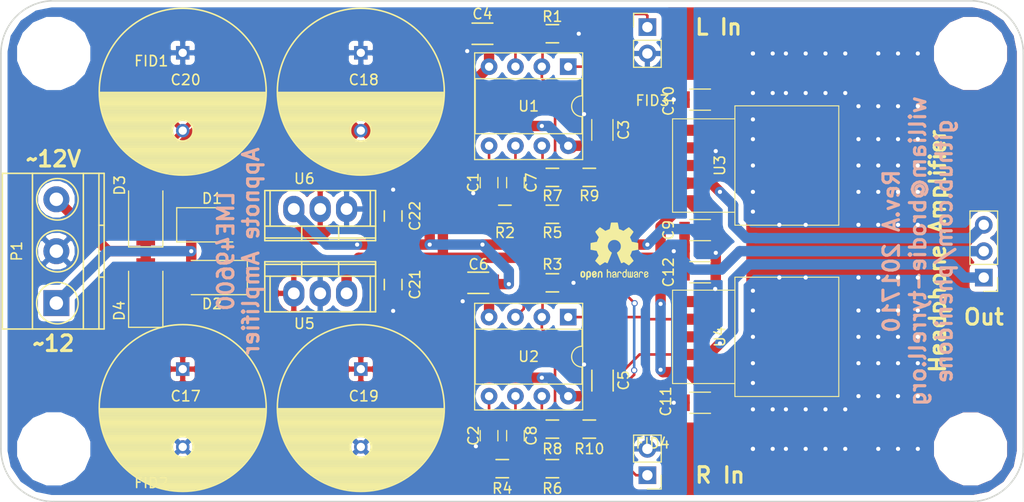
<source format=kicad_pcb>
(kicad_pcb (version 4) (host pcbnew 4.0.5-e0-6337~49~ubuntu15.04.1)
  (layers (0 F.Cu signal) (31 B.Cu signal) (34 B.Paste user) (35 F.Paste user) (36 B.SilkS user) (37 F.SilkS user) (38 B.Mask user) (39 F.Mask user) (44 Edge.Cuts user))
  (net 0 "")
  (net 1 GND)
  (net 2 "Net-(C1-Pad2)")
  (net 3 "Net-(C2-Pad2)")
  (net 4 /PSU/VCC)
  (net 5 /PSU/VEE)
  (net 6 "Net-(C7-Pad1)")
  (net 7 "Net-(C7-Pad2)")
  (net 8 "Net-(C8-Pad1)")
  (net 9 "Net-(C8-Pad2)")
  (net 10 "Net-(C17-Pad1)")
  (net 11 "Net-(C18-Pad2)")
  (net 12 /amplifiers/INL)
  (net 13 /amplifiers/INR)
  (net 14 /amplifiers/OUTL)
  (net 15 /amplifiers/OUTR)
  (net 16 "Net-(R1-Pad1)")
  (net 17 "Net-(R10-Pad2)")
  (net 18 "Net-(U1-Pad1)")
  (net 19 "Net-(U2-Pad1)")
  (net 20 /PSU/AC2)
  (net 21 /PSU/AC1)
  (net 22 "Net-(U3-Pad1)")
  (net 23 "Net-(U4-Pad1)")
  (module Pin_Headers:Pin_Header_Straight_1x03_Pitch2.54mm (layer F.Cu) (at 151.765 53.34 180)
    (fp_text reference P3 hide)
    (fp_text value CONN_01X03)
    (pad 1 thru_hole rect (at 0 0 180) (size 1.7 1.7) (drill 1) (layers *.Cu *.Mask) (net 15 /amplifiers/OUTR))
    (pad 2 thru_hole oval (at 0 2.54 180) (size 1.7 1.7) (drill 1) (layers *.Cu *.Mask) (net 1 GND))
    (pad 3 thru_hole oval (at 0 5.08 180) (size 1.7 1.7) (drill 1) (layers *.Cu *.Mask) (net 14 /amplifiers/OUTL))
  )
  (module Capacitors_SMD:C_1206 (layer F.Cu) (at 124.46 65.405)
    (fp_text reference C11 (at -3.302 -0.127 90) (layer F.SilkS))
    (fp_text value 10u)
    (pad 1 smd rect (at -1.5 0) (size 1 1.6) (layers F.Cu F.Paste F.Mask) (net 1 GND))
    (pad 2 smd rect (at 1.5 0) (size 1 1.6) (layers F.Cu F.Paste F.Mask) (net 4 /PSU/VCC))
  )
  (module pcb:hole3mm (layer F.Cu) (at 150.495 31.75)
    (fp_text reference REF** hide)
    (fp_text value hole3mm hide)
    (pad "" np_thru_hole circle (at 0 0) (size 3.25 3.25) (drill 3.25) (layers *.Cu *.Mask) (clearance 1.9))
  )
  (module pcb:hole3mm (layer F.Cu) (at 150.495 69.85)
    (fp_text reference REF** hide)
    (fp_text value hole3mm hide)
    (pad "" np_thru_hole circle (at 0 0) (size 3.25 3.25) (drill 3.25) (layers *.Cu *.Mask) (clearance 1.9))
  )
  (module Housings_DIP:DIP-8_W7.62mm_Socket (layer F.Cu) (at 111.76 57.15 270)
    (fp_text reference U2 (at 3.81 3.81 360) (layer F.SilkS))
    (fp_text value LME49720)
    (pad 1 thru_hole rect (at 0 0 270) (size 1.6 1.6) (drill 0.8) (layers *.Cu *.Mask) (net 19 "Net-(U2-Pad1)"))
    (pad 5 thru_hole oval (at 7.62 7.62 270) (size 1.6 1.6) (drill 0.8) (layers *.Cu *.Mask) (net 3 "Net-(C2-Pad2)"))
    (pad 2 thru_hole oval (at 0 2.54 270) (size 1.6 1.6) (drill 0.8) (layers *.Cu *.Mask) (net 17 "Net-(R10-Pad2)"))
    (pad 6 thru_hole oval (at 7.62 5.08 270) (size 1.6 1.6) (drill 0.8) (layers *.Cu *.Mask) (net 9 "Net-(C8-Pad2)"))
    (pad 3 thru_hole oval (at 0 5.08 270) (size 1.6 1.6) (drill 0.8) (layers *.Cu *.Mask) (net 13 /amplifiers/INR))
    (pad 7 thru_hole oval (at 7.62 2.54 270) (size 1.6 1.6) (drill 0.8) (layers *.Cu *.Mask) (net 8 "Net-(C8-Pad1)"))
    (pad 4 thru_hole oval (at 0 7.62 270) (size 1.6 1.6) (drill 0.8) (layers *.Cu *.Mask) (net 5 /PSU/VEE))
    (pad 8 thru_hole oval (at 7.62 0 270) (size 1.6 1.6) (drill 0.8) (layers *.Cu *.Mask) (net 4 /PSU/VCC))
  )
  (module Capacitors_SMD:C_1206 (layer F.Cu) (at 103.505 29.845)
    (fp_text reference C4 (at 0 -1.905) (layer F.SilkS))
    (fp_text value 1u)
    (pad 1 smd rect (at -1.5 0) (size 1 1.6) (layers F.Cu F.Paste F.Mask) (net 1 GND))
    (pad 2 smd rect (at 1.5 0) (size 1 1.6) (layers F.Cu F.Paste F.Mask) (net 5 /PSU/VEE))
  )
  (module Capacitors_SMD:C_1206 (layer F.Cu) (at 115.062 63.27 270)
    (fp_text reference C5 (at -0.024 -2.032 270) (layer F.SilkS))
    (fp_text value 1u)
    (pad 1 smd rect (at -1.5 0 270) (size 1 1.6) (layers F.Cu F.Paste F.Mask) (net 1 GND))
    (pad 2 smd rect (at 1.5 0 270) (size 1 1.6) (layers F.Cu F.Paste F.Mask) (net 4 /PSU/VCC))
  )
  (module Capacitors_SMD:C_1206 (layer F.Cu) (at 103.1 53.848)
    (fp_text reference C6 (at 0.024 -1.778) (layer F.SilkS))
    (fp_text value 1u)
    (pad 1 smd rect (at -1.5 0) (size 1 1.6) (layers F.Cu F.Paste F.Mask) (net 1 GND))
    (pad 2 smd rect (at 1.5 0) (size 1 1.6) (layers F.Cu F.Paste F.Mask) (net 5 /PSU/VEE))
  )
  (module Capacitors_ThroughHole:C_Radial_D16_L25_P7.5 (layer F.Cu) (at 74.649451 62.162033 270)
    (fp_text reference C17 (at 2.607967 -0.280549 360) (layer F.SilkS))
    (fp_text value 1000u)
    (pad 1 thru_hole rect (at 0 0 270) (size 1.3 1.3) (drill 0.8) (layers *.Cu *.Mask) (net 10 "Net-(C17-Pad1)"))
    (pad 2 thru_hole circle (at 7.5 0 270) (size 1.3 1.3) (drill 0.8) (layers *.Cu *.Mask) (net 1 GND))
  )
  (module Capacitors_ThroughHole:C_Radial_D16_L25_P7.5 (layer F.Cu) (at 91.794451 31.682033 270)
    (fp_text reference C18 (at 2.607967 -0.280549 360) (layer F.SilkS))
    (fp_text value 1000u)
    (pad 1 thru_hole rect (at 0 0 270) (size 1.3 1.3) (drill 0.8) (layers *.Cu *.Mask) (net 1 GND))
    (pad 2 thru_hole circle (at 7.5 0 270) (size 1.3 1.3) (drill 0.8) (layers *.Cu *.Mask) (net 11 "Net-(C18-Pad2)"))
  )
  (module Capacitors_ThroughHole:C_Radial_D16_L25_P7.5 (layer F.Cu) (at 91.794451 62.162033 270)
    (fp_text reference C19 (at 2.607967 -0.280549 360) (layer F.SilkS))
    (fp_text value 1000u)
    (pad 1 thru_hole rect (at 0 0 270) (size 1.3 1.3) (drill 0.8) (layers *.Cu *.Mask) (net 10 "Net-(C17-Pad1)"))
    (pad 2 thru_hole circle (at 7.5 0 270) (size 1.3 1.3) (drill 0.8) (layers *.Cu *.Mask) (net 1 GND))
  )
  (module Capacitors_ThroughHole:C_Radial_D16_L25_P7.5 (layer F.Cu) (at 74.649451 31.682033 270)
    (fp_text reference C20 (at 2.607967 -0.280549 360) (layer F.SilkS))
    (fp_text value 1000u)
    (pad 1 thru_hole rect (at 0 0 270) (size 1.3 1.3) (drill 0.8) (layers *.Cu *.Mask) (net 1 GND))
    (pad 2 thru_hole circle (at 7.5 0 270) (size 1.3 1.3) (drill 0.8) (layers *.Cu *.Mask) (net 11 "Net-(C18-Pad2)"))
  )
  (module Capacitors_SMD:C_0805 (layer F.Cu) (at 94.906456 54.01464 270)
    (fp_text reference C21 (at 0 -2.1 270) (layer F.SilkS))
    (fp_text value 100n)
    (pad 1 smd rect (at -1 0 270) (size 1 1.25) (layers F.Cu F.Paste F.Mask) (net 4 /PSU/VCC))
    (pad 2 smd rect (at 1 0 270) (size 1 1.25) (layers F.Cu F.Paste F.Mask) (net 1 GND))
  )
  (module Capacitors_SMD:C_0805 (layer F.Cu) (at 94.906456 47.41064 270)
    (fp_text reference C22 (at 0 -2.1 270) (layer F.SilkS))
    (fp_text value 100n)
    (pad 1 smd rect (at -1 0 270) (size 1 1.25) (layers F.Cu F.Paste F.Mask) (net 1 GND))
    (pad 2 smd rect (at 1 0 270) (size 1 1.25) (layers F.Cu F.Paste F.Mask) (net 5 /PSU/VEE))
  )
  (module Resistors_SMD:R_0805 (layer F.Cu) (at 110.236 29.845)
    (fp_text reference R1 (at 0 -1.651) (layer F.SilkS))
    (fp_text value 1k)
    (pad 1 smd rect (at -0.95 0) (size 0.7 1.3) (layers F.Cu F.Paste F.Mask) (net 16 "Net-(R1-Pad1)"))
    (pad 2 smd rect (at 0.95 0) (size 0.7 1.3) (layers F.Cu F.Paste F.Mask) (net 1 GND))
  )
  (module Resistors_SMD:R_0805 (layer F.Cu) (at 105.664 47.244 180)
    (fp_text reference R2 (at 0 -1.778 180) (layer F.SilkS))
    (fp_text value 1M)
    (pad 1 smd rect (at -0.95 0 180) (size 0.7 1.3) (layers F.Cu F.Paste F.Mask) (net 7 "Net-(C7-Pad2)"))
    (pad 2 smd rect (at 0.95 0 180) (size 0.7 1.3) (layers F.Cu F.Paste F.Mask) (net 1 GND))
  )
  (module Resistors_SMD:R_0805 (layer F.Cu) (at 110.236 53.848)
    (fp_text reference R3 (at 0 -1.778) (layer F.SilkS))
    (fp_text value 1k)
    (pad 1 smd rect (at -0.95 0) (size 0.7 1.3) (layers F.Cu F.Paste F.Mask) (net 17 "Net-(R10-Pad2)"))
    (pad 2 smd rect (at 0.95 0) (size 0.7 1.3) (layers F.Cu F.Paste F.Mask) (net 1 GND))
  )
  (module Resistors_SMD:R_0805 (layer F.Cu) (at 105.41 71.755 180)
    (fp_text reference R4 (at 0 -1.905 180) (layer F.SilkS))
    (fp_text value 1M)
    (pad 1 smd rect (at -0.95 0 180) (size 0.7 1.3) (layers F.Cu F.Paste F.Mask) (net 9 "Net-(C8-Pad2)"))
    (pad 2 smd rect (at 0.95 0 180) (size 0.7 1.3) (layers F.Cu F.Paste F.Mask) (net 1 GND))
  )
  (module Resistors_SMD:R_0805 (layer F.Cu) (at 110.236 47.244 180)
    (fp_text reference R5 (at 0 -1.778 180) (layer F.SilkS))
    (fp_text value 1M)
    (pad 1 smd rect (at -0.95 0 180) (size 0.7 1.3) (layers F.Cu F.Paste F.Mask) (net 14 /amplifiers/OUTL))
    (pad 2 smd rect (at 0.95 0 180) (size 0.7 1.3) (layers F.Cu F.Paste F.Mask) (net 2 "Net-(C1-Pad2)"))
  )
  (module Resistors_SMD:R_0805 (layer F.Cu) (at 110.236 71.755 180)
    (fp_text reference R6 (at 0 -1.905 180) (layer F.SilkS))
    (fp_text value 1M)
    (pad 1 smd rect (at -0.95 0 180) (size 0.7 1.3) (layers F.Cu F.Paste F.Mask) (net 15 /amplifiers/OUTR))
    (pad 2 smd rect (at 0.95 0 180) (size 0.7 1.3) (layers F.Cu F.Paste F.Mask) (net 3 "Net-(C2-Pad2)"))
  )
  (module Resistors_SMD:R_0805 (layer F.Cu) (at 110.236 43.688 180)
    (fp_text reference R7 (at 0 -1.778 180) (layer F.SilkS))
    (fp_text value 1k)
    (pad 1 smd rect (at -0.95 0 180) (size 0.7 1.3) (layers F.Cu F.Paste F.Mask) (net 16 "Net-(R1-Pad1)"))
    (pad 2 smd rect (at 0.95 0 180) (size 0.7 1.3) (layers F.Cu F.Paste F.Mask) (net 6 "Net-(C7-Pad1)"))
  )
  (module Resistors_SMD:R_0805 (layer F.Cu) (at 110.236 67.945 180)
    (fp_text reference R8 (at 0 -1.905 180) (layer F.SilkS))
    (fp_text value 1k)
    (pad 1 smd rect (at -0.95 0 180) (size 0.7 1.3) (layers F.Cu F.Paste F.Mask) (net 17 "Net-(R10-Pad2)"))
    (pad 2 smd rect (at 0.95 0 180) (size 0.7 1.3) (layers F.Cu F.Paste F.Mask) (net 8 "Net-(C8-Pad1)"))
  )
  (module Resistors_SMD:R_0805 (layer F.Cu) (at 113.792 43.688 180)
    (fp_text reference R9 (at 0 -1.778 180) (layer F.SilkS))
    (fp_text value 1k)
    (pad 1 smd rect (at -0.95 0 180) (size 0.7 1.3) (layers F.Cu F.Paste F.Mask) (net 14 /amplifiers/OUTL))
    (pad 2 smd rect (at 0.95 0 180) (size 0.7 1.3) (layers F.Cu F.Paste F.Mask) (net 16 "Net-(R1-Pad1)"))
  )
  (module Resistors_SMD:R_0805 (layer F.Cu) (at 113.792 67.945 180)
    (fp_text reference R10 (at 0 -1.905 180) (layer F.SilkS))
    (fp_text value 1k)
    (pad 1 smd rect (at -0.95 0 180) (size 0.7 1.3) (layers F.Cu F.Paste F.Mask) (net 15 /amplifiers/OUTR))
    (pad 2 smd rect (at 0.95 0 180) (size 0.7 1.3) (layers F.Cu F.Paste F.Mask) (net 17 "Net-(R10-Pad2)"))
  )
  (module power:TO-263-5 (layer F.Cu) (at 123.305 42.545 180)
    (fp_text reference U3 (at -3.05 0 270) (layer F.SilkS))
    (fp_text value LME49600)
    (pad 3 smd rect (at 0 0 180) (size 2.16 1.07) (layers F.Cu F.Paste F.Mask) (net 5 /PSU/VEE))
    (pad 4 smd rect (at 0 -1.7 180) (size 2.16 1.07) (layers F.Cu F.Paste F.Mask) (net 14 /amplifiers/OUTL))
    (pad 5 smd rect (at 0 -3.4 180) (size 2.16 1.07) (layers F.Cu F.Paste F.Mask) (net 4 /PSU/VCC))
    (pad 2 smd rect (at 0 1.7 180) (size 2.16 1.07) (layers F.Cu F.Paste F.Mask) (net 18 "Net-(U1-Pad1)"))
    (pad 1 smd rect (at 0 3.4 180) (size 2.16 1.07) (layers F.Cu F.Paste F.Mask) (net 22 "Net-(U3-Pad1)"))
    (pad T smd rect (at -10.67 0 180) (size 7 8.33) (layers F.Cu F.Paste F.Mask) (net 5 /PSU/VEE))
    (pad T smd rect (at -13.22 0 180) (size 1.91 10.8) (layers F.Cu F.Paste F.Mask) (net 5 /PSU/VEE))
  )
  (module power:TO-263-5 (layer F.Cu) (at 123.305 59.055 180)
    (fp_text reference U4 (at -3.06 0 270) (layer F.SilkS))
    (fp_text value LME49600)
    (pad 3 smd rect (at 0 0 180) (size 2.16 1.07) (layers F.Cu F.Paste F.Mask) (net 5 /PSU/VEE))
    (pad 4 smd rect (at 0 -1.7 180) (size 2.16 1.07) (layers F.Cu F.Paste F.Mask) (net 15 /amplifiers/OUTR))
    (pad 5 smd rect (at 0 -3.4 180) (size 2.16 1.07) (layers F.Cu F.Paste F.Mask) (net 4 /PSU/VCC))
    (pad 2 smd rect (at 0 1.7 180) (size 2.16 1.07) (layers F.Cu F.Paste F.Mask) (net 19 "Net-(U2-Pad1)"))
    (pad 1 smd rect (at 0 3.4 180) (size 2.16 1.07) (layers F.Cu F.Paste F.Mask) (net 23 "Net-(U4-Pad1)"))
    (pad T smd rect (at -10.67 0 180) (size 7 8.33) (layers F.Cu F.Paste F.Mask) (net 5 /PSU/VEE))
    (pad T smd rect (at -13.22 0 180) (size 1.91 10.8) (layers F.Cu F.Paste F.Mask) (net 5 /PSU/VEE))
  )
  (module Power_Integrations:TO-220 (layer F.Cu) (at 87.884 54.864)
    (fp_text reference U5 (at -1.524 2.921) (layer F.SilkS))
    (fp_text value LM7812CT)
    (pad 2 thru_hole oval (at 0 0) (size 2.032 2.54) (drill 1.143) (layers *.Cu *.Mask) (net 1 GND))
    (pad 3 thru_hole oval (at 2.54 0) (size 2.032 2.54) (drill 1.143) (layers *.Cu *.Mask) (net 4 /PSU/VCC))
    (pad 1 thru_hole oval (at -2.54 0) (size 2.032 2.54) (drill 1.143) (layers *.Cu *.Mask) (net 10 "Net-(C17-Pad1)"))
  )
  (module Power_Integrations:TO-220 (layer F.Cu) (at 87.884 46.736 180)
    (fp_text reference U6 (at 1.524 2.921 180) (layer F.SilkS))
    (fp_text value LM7912CT)
    (pad 2 thru_hole oval (at 0 0 180) (size 2.032 2.54) (drill 1.143) (layers *.Cu *.Mask) (net 11 "Net-(C18-Pad2)"))
    (pad 3 thru_hole oval (at 2.54 0 180) (size 2.032 2.54) (drill 1.143) (layers *.Cu *.Mask) (net 5 /PSU/VEE))
    (pad 1 thru_hole oval (at -2.54 0 180) (size 2.032 2.54) (drill 1.143) (layers *.Cu *.Mask) (net 1 GND))
  )
  (module Terminal_Blocks:TerminalBlock_Pheonix_MKDS1.5-3pol (layer F.Cu) (at 62.484 55.8 90)
    (fp_text reference P1 (at 5 -3.81 90) (layer F.SilkS))
    (fp_text value CONN_01X03)
    (pad 3 thru_hole circle (at 10 0 90) (size 2.5 2.5) (drill 1.3) (layers *.Cu *.Mask) (net 21 /PSU/AC1))
    (pad 1 thru_hole rect (at 0 0 90) (size 2.5 2.5) (drill 1.3) (layers *.Cu *.Mask) (net 20 /PSU/AC2))
    (pad 2 thru_hole circle (at 5 0 90) (size 2.5 2.5) (drill 1.3) (layers *.Cu *.Mask) (net 1 GND))
  )
  (module Housings_DIP:DIP-8_W7.62mm_Socket (layer F.Cu) (at 111.76 33.02 270)
    (fp_text reference U1 (at 3.81 3.81 360) (layer F.SilkS))
    (fp_text value LME49720)
    (pad 1 thru_hole rect (at 0 0 270) (size 1.6 1.6) (drill 0.8) (layers *.Cu *.Mask) (net 18 "Net-(U1-Pad1)"))
    (pad 5 thru_hole oval (at 7.62 7.62 270) (size 1.6 1.6) (drill 0.8) (layers *.Cu *.Mask) (net 2 "Net-(C1-Pad2)"))
    (pad 2 thru_hole oval (at 0 2.54 270) (size 1.6 1.6) (drill 0.8) (layers *.Cu *.Mask) (net 16 "Net-(R1-Pad1)"))
    (pad 6 thru_hole oval (at 7.62 5.08 270) (size 1.6 1.6) (drill 0.8) (layers *.Cu *.Mask) (net 7 "Net-(C7-Pad2)"))
    (pad 3 thru_hole oval (at 0 5.08 270) (size 1.6 1.6) (drill 0.8) (layers *.Cu *.Mask) (net 12 /amplifiers/INL))
    (pad 7 thru_hole oval (at 7.62 2.54 270) (size 1.6 1.6) (drill 0.8) (layers *.Cu *.Mask) (net 6 "Net-(C7-Pad1)"))
    (pad 4 thru_hole oval (at 0 7.62 270) (size 1.6 1.6) (drill 0.8) (layers *.Cu *.Mask) (net 5 /PSU/VEE))
    (pad 8 thru_hole oval (at 7.62 0 270) (size 1.6 1.6) (drill 0.8) (layers *.Cu *.Mask) (net 4 /PSU/VCC))
  )
  (module Diodes_SMD:D_SMA (layer F.Cu) (at 71.088185 46.99 90)
    (fp_text reference D3 (at 2.54 -2.508185 90) (layer F.SilkS))
    (fp_text value M7)
    (pad 1 smd rect (at -2 0 90) (size 2.5 1.8) (layers F.Cu F.Paste F.Mask) (net 21 /PSU/AC1))
    (pad 2 smd rect (at 2 0 90) (size 2.5 1.8) (layers F.Cu F.Paste F.Mask) (net 11 "Net-(C18-Pad2)"))
  )
  (module Diodes_SMD:D_SMA (layer F.Cu) (at 71.088185 54.733565 90)
    (fp_text reference D4 (at -1.81 -2.54 90) (layer F.SilkS))
    (fp_text value M7)
    (pad 1 smd rect (at -2 0 90) (size 2.5 1.8) (layers F.Cu F.Paste F.Mask) (net 10 "Net-(C17-Pad1)"))
    (pad 2 smd rect (at 2 0 90) (size 2.5 1.8) (layers F.Cu F.Paste F.Mask) (net 21 /PSU/AC1))
  )
  (module Diodes_SMD:D_SMA (layer F.Cu) (at 77.47 48.26)
    (fp_text reference D1 (at 0 -2.54) (layer F.SilkS))
    (fp_text value M7)
    (pad 1 smd rect (at -2 0) (size 2.5 1.8) (layers F.Cu F.Paste F.Mask) (net 20 /PSU/AC2))
    (pad 2 smd rect (at 2 0) (size 2.5 1.8) (layers F.Cu F.Paste F.Mask) (net 11 "Net-(C18-Pad2)"))
  )
  (module Diodes_SMD:D_SMA (layer F.Cu) (at 77.47 53.34 180)
    (fp_text reference D2 (at 0 -2.54 180) (layer F.SilkS))
    (fp_text value M7)
    (pad 1 smd rect (at -2 0 180) (size 2.5 1.8) (layers F.Cu F.Paste F.Mask) (net 10 "Net-(C17-Pad1)"))
    (pad 2 smd rect (at 2 0 180) (size 2.5 1.8) (layers F.Cu F.Paste F.Mask) (net 20 /PSU/AC2))
  )
  (module pcb:hole3mm (layer F.Cu) (at 62.23 31.75)
    (fp_text reference REF** hide)
    (fp_text value hole3mm hide)
    (pad "" np_thru_hole circle (at 0 0) (size 3.25 3.25) (drill 3.25) (layers *.Cu *.Mask) (clearance 1.9))
  )
  (module pcb:hole3mm (layer F.Cu) (at 62.23 69.85)
    (fp_text reference REF** hide)
    (fp_text value hole3mm hide)
    (pad "" np_thru_hole circle (at 0 0) (size 3.25 3.25) (drill 3.25) (layers *.Cu *.Mask) (clearance 1.9))
  )
  (module Capacitors_SMD:C_1206 (layer F.Cu) (at 115.04689 39.116 270)
    (fp_text reference C3 (at 0 -2.04711 270) (layer F.SilkS))
    (fp_text value 1u)
    (pad 1 smd rect (at -1.5 0 270) (size 1 1.6) (layers F.Cu F.Paste F.Mask) (net 1 GND))
    (pad 2 smd rect (at 1.5 0 270) (size 1 1.6) (layers F.Cu F.Paste F.Mask) (net 4 /PSU/VCC))
  )
  (module Capacitors_SMD:C_1206 (layer F.Cu) (at 124.46 48.768)
    (fp_text reference C9 (at -3.048 0 90) (layer F.SilkS))
    (fp_text value 10u)
    (pad 1 smd rect (at -1.5 0) (size 1 1.6) (layers F.Cu F.Paste F.Mask) (net 1 GND))
    (pad 2 smd rect (at 1.5 0) (size 1 1.6) (layers F.Cu F.Paste F.Mask) (net 4 /PSU/VCC))
  )
  (module Capacitors_SMD:C_1206 (layer F.Cu) (at 124.46 36.195)
    (fp_text reference C10 (at -3.048 0.127 270) (layer F.SilkS))
    (fp_text value 10u)
    (pad 1 smd rect (at -1.5 0) (size 1 1.6) (layers F.Cu F.Paste F.Mask) (net 1 GND))
    (pad 2 smd rect (at 1.5 0) (size 1 1.6) (layers F.Cu F.Paste F.Mask) (net 5 /PSU/VEE))
  )
  (module Capacitors_SMD:C_1206 (layer F.Cu) (at 124.46 52.832)
    (fp_text reference C12 (at -3.048 0 90) (layer F.SilkS))
    (fp_text value 10u)
    (pad 1 smd rect (at -1.5 0) (size 1 1.6) (layers F.Cu F.Paste F.Mask) (net 1 GND))
    (pad 2 smd rect (at 1.5 0) (size 1 1.6) (layers F.Cu F.Paste F.Mask) (net 5 /PSU/VEE))
  )
  (module Capacitors_SMD:C_0805 (layer F.Cu) (at 104.14 44.196 90)
    (fp_text reference C1 (at 0 -1.524 270) (layer F.SilkS))
    (fp_text value 1u)
    (pad 1 smd rect (at -1 0 90) (size 1 1.25) (layers F.Cu F.Paste F.Mask) (net 1 GND))
    (pad 2 smd rect (at 1 0 90) (size 1 1.25) (layers F.Cu F.Paste F.Mask) (net 2 "Net-(C1-Pad2)"))
  )
  (module Capacitors_SMD:C_0805 (layer F.Cu) (at 104.14 68.58 90)
    (fp_text reference C2 (at 0 -1.5 90) (layer F.SilkS))
    (fp_text value 1u)
    (pad 1 smd rect (at -1 0 90) (size 1 1.25) (layers F.Cu F.Paste F.Mask) (net 1 GND))
    (pad 2 smd rect (at 1 0 90) (size 1 1.25) (layers F.Cu F.Paste F.Mask) (net 3 "Net-(C2-Pad2)"))
  )
  (module Capacitors_SMD:C_0805 (layer F.Cu) (at 106.68 68.58 90)
    (fp_text reference C8 (at 0 1.524 90) (layer F.SilkS))
    (fp_text value 1u)
    (pad 1 smd rect (at -1 0 90) (size 1 1.25) (layers F.Cu F.Paste F.Mask) (net 8 "Net-(C8-Pad1)"))
    (pad 2 smd rect (at 1 0 90) (size 1 1.25) (layers F.Cu F.Paste F.Mask) (net 9 "Net-(C8-Pad2)"))
  )
  (module Capacitors_SMD:C_0805 (layer F.Cu) (at 106.68 44.196 90)
    (fp_text reference C7 (at 0 1.524 270) (layer F.SilkS))
    (fp_text value 1u)
    (pad 1 smd rect (at -1 0 90) (size 1 1.25) (layers F.Cu F.Paste F.Mask) (net 6 "Net-(C7-Pad1)"))
    (pad 2 smd rect (at 1 0 90) (size 1 1.25) (layers F.Cu F.Paste F.Mask) (net 7 "Net-(C7-Pad2)"))
  )
  (module Pin_Headers:Pin_Header_Straight_1x02_Pitch2.54mm (layer F.Cu) (at 119.38 29.21)
    (fp_text reference P2 hide)
    (fp_text value CONN_01X02)
    (pad 1 thru_hole rect (at 0 0) (size 1.7 1.7) (drill 1) (layers *.Cu *.Mask) (net 12 /amplifiers/INL))
    (pad 2 thru_hole oval (at 0 2.54) (size 1.7 1.7) (drill 1) (layers *.Cu *.Mask) (net 1 GND))
  )
  (module Pin_Headers:Pin_Header_Straight_1x02_Pitch2.54mm (layer F.Cu) (at 119.38 72.39 180)
    (fp_text reference P4 hide)
    (fp_text value CONN_01X02)
    (pad 1 thru_hole rect (at 0 0 180) (size 1.7 1.7) (drill 1) (layers *.Cu *.Mask) (net 13 /amplifiers/INR))
    (pad 2 thru_hole oval (at 0 2.54 180) (size 1.7 1.7) (drill 1) (layers *.Cu *.Mask) (net 1 GND))
  )
  (module Symbols:OSHW-Logo2_7.3x6mm_SilkScreen (layer F.Cu) (at 116.205 50.8)
    (fp_text reference REF*** hide)
    (fp_text value OSHW-Logo2_7.3x6mm_SilkScreen hide)
  )
  (module smd:FID0.5 (layer F.Cu) (at 71.12 30.48)
    (fp_text reference FID1 (at 0.5 2) (layer F.SilkS))
    (fp_text value FIDUCIAL)
    (pad F smd circle (at 0 0) (size 0.5 0.5) (layers F.Cu F.Mask) (clearance 1))
  )
  (module smd:FID0.5 (layer F.Cu) (at 71.12 71.12)
    (fp_text reference FID2 (at 0.5 2) (layer F.SilkS))
    (fp_text value FIDUCIAL)
    (pad F smd circle (at 0 0) (size 0.5 0.5) (layers F.Cu F.Mask) (clearance 1))
  )
  (module smd:FID0.5 (layer F.Cu) (at 119.38 34.29)
    (fp_text reference FID3 (at 0.5 2) (layer F.SilkS))
    (fp_text value FIDUCIAL)
    (pad F smd circle (at 0 0) (size 0.5 0.5) (layers F.Cu F.Mask) (clearance 1))
  )
  (module smd:FID0.5 (layer F.Cu) (at 119.38 67.31)
    (fp_text reference FID4 (at 0.5 2) (layer F.SilkS))
    (fp_text value FIDUCIAL)
    (pad F smd circle (at 0 0) (size 0.5 0.5) (layers F.Cu F.Mask) (clearance 1))
  )
  (gr_text "Headphone Amplifier" (at 147.32 50.8 90) (layer F.SilkS) (effects (font (size 1.5 1.5) (thickness 0.3))))
  (gr_text william@brodie-tyrrell.org (at 145.415 50.8 90) (layer B.SilkS) (effects (font (size 1.5 1.5) (thickness 0.3)) (justify mirror)))
  (gr_text "LME49600\nAppnote Amplifier" (at 80.01 50.8 90) (layer B.SilkS) (effects (font (size 1.5 1.5) (thickness 0.3)) (justify mirror)))
  (gr_text "Rev.A 201710" (at 142.875 50.8 90) (layer B.SilkS) (effects (font (size 1.5 1.5) (thickness 0.3)) (justify mirror)))
  (gr_text github.com/phenidone (at 147.955 50.8 90) (layer B.SilkS) (effects (font (size 1.5 1.5) (thickness 0.3)) (justify mirror)))
  (gr_text Out (at 151.765 57.15) (layer F.SilkS) (effects (font (size 1.5 1.5) (thickness 0.3))))
  (gr_arc (start 62.23 31.75) (end 57.15 31.75) (angle 90) (layer Edge.Cuts) (width 0.15))
  (gr_arc (start 62.23 69.85) (end 62.23 74.93) (angle 90) (layer Edge.Cuts) (width 0.15))
  (gr_arc (start 150.495 69.85) (end 155.575 69.85) (angle 90) (layer Edge.Cuts) (width 0.15))
  (gr_arc (start 150.495 31.75) (end 150.495 26.67) (angle 90) (layer Edge.Cuts) (width 0.15))
  (gr_text "R In" (at 123.825 72.39) (layer F.SilkS) (effects (font (size 1.5 1.5) (thickness 0.3)) (justify left)))
  (gr_text "L In" (at 123.825 29.21) (layer F.SilkS) (effects (font (size 1.5 1.5) (thickness 0.3)) (justify left)))
  (gr_text ~~12 (at 62.23 59.69) (layer F.SilkS) (effects (font (size 1.5 1.5) (thickness 0.3))))
  (gr_text ~~12V (at 62.23 41.91) (layer F.SilkS) (effects (font (size 1.5 1.5) (thickness 0.3))))
  (gr_line (start 150.495 26.67) (end 62.23 26.67) (layer Edge.Cuts) (width 0.15))
  (gr_line (start 155.575 69.85) (end 155.575 31.75) (layer Edge.Cuts) (width 0.15))
  (gr_line (start 62.23 74.93) (end 150.495 74.93) (layer Edge.Cuts) (width 0.15))
  (gr_line (start 57.15 31.75) (end 57.15 69.85) (layer Edge.Cuts) (width 0.15))
  (segment (start 128.27 50.8) (end 136.525 50.8) (width 1) (layer B.Cu) (net 1))
  (segment (start 136.525 50.8) (end 151.765 50.8) (width 1) (layer B.Cu) (net 1))
  (segment (start 121.92 50.8) (end 123.69377 52.57377) (width 1) (layer B.Cu) (net 1))
  (segment (start 123.69377 52.57377) (end 126.49623 52.57377) (width 1) (layer B.Cu) (net 1))
  (segment (start 126.49623 52.57377) (end 128.27 50.8) (width 1) (layer B.Cu) (net 1))
  (segment (start 111.186 53.848) (end 112.268 53.848) (width 1) (layer F.Cu) (net 1))
  (via (at 112.268 53.848) (size 0.6) (drill 0.4) (layers F.Cu B.Cu) (net 1))
  (segment (start 101.6 53.848) (end 101.6 55.626) (width 1) (layer F.Cu) (net 1))
  (via (at 101.6 55.626) (size 0.6) (drill 0.4) (layers F.Cu B.Cu) (net 1))
  (segment (start 115.062 61.77) (end 113.332 61.77) (width 1) (layer F.Cu) (net 1))
  (segment (start 113.332 61.77) (end 113.284 61.722) (width 1) (layer F.Cu) (net 1))
  (via (at 113.284 61.722) (size 0.6) (drill 0.4) (layers F.Cu B.Cu) (net 1))
  (segment (start 104.14 69.58) (end 102.886 69.58) (width 1) (layer F.Cu) (net 1))
  (segment (start 102.886 69.58) (end 102.87 69.596) (width 1) (layer F.Cu) (net 1))
  (via (at 102.87 69.596) (size 0.6) (drill 0.4) (layers F.Cu B.Cu) (net 1))
  (segment (start 104.267 71.755) (end 104.14 71.628) (width 1) (layer F.Cu) (net 1))
  (segment (start 104.14 71.628) (end 104.14 69.58) (width 1) (layer F.Cu) (net 1))
  (segment (start 104.46 71.755) (end 104.267 71.755) (width 1) (layer F.Cu) (net 1))
  (segment (start 104.14 46.696) (end 104.14 45.196) (width 1) (layer F.Cu) (net 1))
  (segment (start 104.688 47.244) (end 104.14 46.696) (width 1) (layer F.Cu) (net 1))
  (segment (start 104.714 47.244) (end 104.688 47.244) (width 1) (layer F.Cu) (net 1))
  (segment (start 102.03427 31.092871) (end 102.03427 31.517135) (width 1) (layer F.Cu) (net 1))
  (segment (start 102.03427 29.87427) (end 102.03427 31.092871) (width 1) (layer F.Cu) (net 1))
  (segment (start 102.005 29.845) (end 102.03427 29.87427) (width 1) (layer F.Cu) (net 1))
  (via (at 102.03427 31.517135) (size 0.6) (drill 0.4) (layers F.Cu B.Cu) (net 1))
  (segment (start 122.96 50.8) (end 121.92 50.8) (width 1) (layer F.Cu) (net 1))
  (via (at 121.92 50.8) (size 0.6) (drill 0.4) (layers F.Cu B.Cu) (net 1))
  (segment (start 122.96 50.165) (end 122.96 48.768) (width 1) (layer F.Cu) (net 1))
  (segment (start 122.96 52.832) (end 122.96 50.165) (width 1) (layer F.Cu) (net 1))
  (segment (start 122.96 50.165) (end 122.96 50.8) (width 1) (layer F.Cu) (net 1))
  (segment (start 122.96 36.195) (end 121.92 36.195) (width 1) (layer F.Cu) (net 1))
  (via (at 121.92 36.195) (size 0.6) (drill 0.4) (layers F.Cu B.Cu) (net 1))
  (segment (start 122.96 65.405) (end 121.92 65.405) (width 1) (layer F.Cu) (net 1))
  (via (at 121.92 65.405) (size 0.6) (drill 0.4) (layers F.Cu B.Cu) (net 1))
  (segment (start 111.186 29.845) (end 112.776 29.845) (width 1) (layer F.Cu) (net 1))
  (via (at 112.776 29.845) (size 0.6) (drill 0.4) (layers F.Cu B.Cu) (net 1))
  (segment (start 115.04689 37.616) (end 113.308 37.616) (width 1) (layer F.Cu) (net 1))
  (segment (start 113.308 37.616) (end 113.284 37.592) (width 1) (layer F.Cu) (net 1))
  (via (at 113.284 37.592) (size 0.6) (drill 0.4) (layers F.Cu B.Cu) (net 1))
  (segment (start 104.14 45.196) (end 102.632 45.196) (width 1) (layer F.Cu) (net 1))
  (segment (start 102.632 45.196) (end 102.616 45.212) (width 1) (layer F.Cu) (net 1))
  (via (at 102.616 45.212) (size 0.6) (drill 0.4) (layers F.Cu B.Cu) (net 1))
  (segment (start 94.906456 46.41064) (end 94.906456 44.87064) (width 1) (layer F.Cu) (net 1))
  (via (at 94.906456 44.87064) (size 0.6) (drill 0.4) (layers F.Cu B.Cu) (net 1))
  (segment (start 94.906456 55.01464) (end 94.906456 56.55464) (width 1) (layer F.Cu) (net 1))
  (via (at 94.906456 56.55464) (size 0.6) (drill 0.4) (layers F.Cu B.Cu) (net 1))
  (segment (start 108.662 48.768) (end 103.632 48.768) (width 0.25) (layer F.Cu) (net 2))
  (segment (start 103.632 48.768) (end 101.6 46.736) (width 0.25) (layer F.Cu) (net 2))
  (segment (start 109.286 47.244) (end 109.286 48.144) (width 0.25) (layer F.Cu) (net 2))
  (segment (start 109.286 48.144) (end 108.662 48.768) (width 0.25) (layer F.Cu) (net 2))
  (segment (start 109.286 47.244) (end 109.286 47.544) (width 0.25) (layer F.Cu) (net 2))
  (segment (start 101.6 46.736) (end 101.6 44.196) (width 0.25) (layer F.Cu) (net 2))
  (segment (start 101.6 44.196) (end 102.6 43.196) (width 0.25) (layer F.Cu) (net 2))
  (segment (start 102.6 43.196) (end 104.14 43.196) (width 0.25) (layer F.Cu) (net 2))
  (segment (start 104.14 43.196) (end 104.14 40.64) (width 0.25) (layer F.Cu) (net 2))
  (segment (start 101.6 70.866) (end 101.6 69.245) (width 0.25) (layer F.Cu) (net 3))
  (segment (start 101.6 69.245) (end 103.265 67.58) (width 0.25) (layer F.Cu) (net 3))
  (segment (start 103.265 67.58) (end 104.14 67.58) (width 0.25) (layer F.Cu) (net 3))
  (segment (start 104.14 73.406) (end 101.6 70.866) (width 0.25) (layer F.Cu) (net 3))
  (segment (start 107.035 73.406) (end 104.14 73.406) (width 0.25) (layer F.Cu) (net 3))
  (segment (start 109.286 71.755) (end 108.686 71.755) (width 0.25) (layer F.Cu) (net 3))
  (segment (start 108.686 71.755) (end 107.035 73.406) (width 0.25) (layer F.Cu) (net 3))
  (segment (start 104.14 64.77) (end 104.14 65.90137) (width 0.25) (layer F.Cu) (net 3))
  (segment (start 104.14 65.90137) (end 104.14 67.58) (width 0.25) (layer F.Cu) (net 3))
  (segment (start 111.76 64.77) (end 115.062 64.77) (width 1) (layer F.Cu) (net 4))
  (segment (start 109.22 62.992) (end 109.982 62.992) (width 1) (layer B.Cu) (net 4))
  (segment (start 109.982 62.992) (end 111.76 64.77) (width 1) (layer B.Cu) (net 4))
  (segment (start 99.695 59.563) (end 103.124 62.992) (width 1) (layer F.Cu) (net 4))
  (segment (start 103.124 62.992) (end 109.22 62.992) (width 1) (layer F.Cu) (net 4))
  (via (at 109.22 62.992) (size 0.6) (drill 0.4) (layers F.Cu B.Cu) (net 4))
  (segment (start 99.695 51.435) (end 99.695 59.563) (width 1) (layer F.Cu) (net 4))
  (segment (start 120.65 55.88) (end 120.65 62.23) (width 1) (layer B.Cu) (net 4))
  (segment (start 120.65 51.435) (end 120.65 55.88) (width 1) (layer F.Cu) (net 4))
  (via (at 120.65 55.88) (size 0.6) (drill 0.4) (layers F.Cu B.Cu) (net 4))
  (segment (start 123.305 62.455) (end 120.875 62.455) (width 1) (layer F.Cu) (net 4))
  (segment (start 120.875 62.455) (end 120.65 62.23) (width 1) (layer F.Cu) (net 4))
  (via (at 120.65 62.23) (size 0.6) (drill 0.4) (layers F.Cu B.Cu) (net 4))
  (segment (start 120.65 51.435) (end 99.695 51.435) (width 1) (layer F.Cu) (net 4))
  (segment (start 120.65 48.427998) (end 120.65 51.435) (width 1) (layer F.Cu) (net 4))
  (segment (start 123.305 45.945) (end 123.132998 45.945) (width 1) (layer F.Cu) (net 4))
  (segment (start 123.132998 45.945) (end 120.65 48.427998) (width 1) (layer F.Cu) (net 4))
  (segment (start 123.305 45.945) (end 122.76 45.945) (width 1) (layer F.Cu) (net 4))
  (segment (start 99.695 51.435) (end 99.695 40.64) (width 1) (layer F.Cu) (net 4))
  (segment (start 99.695 40.64) (end 101.6 38.735) (width 1) (layer F.Cu) (net 4))
  (segment (start 101.6 38.735) (end 109.22 38.735) (width 1) (layer F.Cu) (net 4))
  (segment (start 125.96 65.705) (end 125.96 65.405) (width 1) (layer F.Cu) (net 4))
  (segment (start 125.984 48.792) (end 125.96 48.768) (width 1) (layer F.Cu) (net 4))
  (segment (start 109.22 38.735) (end 109.855 38.735) (width 1) (layer B.Cu) (net 4))
  (segment (start 109.855 38.735) (end 111.76 40.64) (width 1) (layer B.Cu) (net 4))
  (via (at 109.22 38.735) (size 0.6) (drill 0.4) (layers F.Cu B.Cu) (net 4))
  (segment (start 94.615 51.435) (end 99.695 51.435) (width 1) (layer F.Cu) (net 4))
  (segment (start 91.583 51.435) (end 94.615 51.435) (width 1) (layer F.Cu) (net 4))
  (segment (start 94.906456 51.51464) (end 94.826816 51.435) (width 1) (layer F.Cu) (net 4))
  (segment (start 94.906456 53.01464) (end 94.906456 51.51464) (width 1) (layer F.Cu) (net 4))
  (segment (start 94.826816 51.435) (end 94.615 51.435) (width 1) (layer F.Cu) (net 4))
  (segment (start 90.424 54.864) (end 90.424 52.594) (width 1) (layer F.Cu) (net 4))
  (segment (start 90.424 52.594) (end 91.583 51.435) (width 1) (layer F.Cu) (net 4))
  (segment (start 111.76 40.64) (end 115.02289 40.64) (width 1) (layer F.Cu) (net 4))
  (segment (start 115.02289 40.64) (end 115.04689 40.616) (width 1) (layer F.Cu) (net 4))
  (segment (start 112.10189 40.842012) (end 111.87189 40.612012) (width 1) (layer F.Cu) (net 4))
  (segment (start 125.96 65.405) (end 125.96 65.11) (width 1) (layer F.Cu) (net 4))
  (segment (start 125.96 65.11) (end 123.305 62.455) (width 1) (layer F.Cu) (net 4))
  (segment (start 125.96 48.6) (end 123.305 45.945) (width 1) (layer F.Cu) (net 4))
  (segment (start 125.666698 50.658478) (end 125.966697 50.958477) (width 1) (layer B.Cu) (net 5))
  (segment (start 123.677749 48.669529) (end 125.666698 50.658478) (width 1) (layer B.Cu) (net 5))
  (segment (start 120.875471 48.669529) (end 123.677749 48.669529) (width 1) (layer B.Cu) (net 5))
  (segment (start 119.38 50.165) (end 120.875471 48.669529) (width 1) (layer B.Cu) (net 5))
  (segment (start 125.96 50.965174) (end 125.966697 50.958477) (width 1) (layer F.Cu) (net 5))
  (segment (start 125.96 52.832) (end 125.96 50.965174) (width 1) (layer F.Cu) (net 5))
  (via (at 125.966697 50.958477) (size 0.6) (drill 0.4) (layers F.Cu B.Cu) (net 5))
  (segment (start 138.43 69.85) (end 139.7 69.85) (width 1) (layer F.Cu) (net 5))
  (segment (start 134.62 69.85) (end 136.525 69.85) (width 1) (layer F.Cu) (net 5))
  (segment (start 136.525 69.85) (end 138.43 69.85) (width 1) (layer F.Cu) (net 5))
  (segment (start 132.715 69.85) (end 134.62 69.85) (width 1) (layer F.Cu) (net 5))
  (segment (start 129.54 69.85) (end 131.445 69.85) (width 1) (layer F.Cu) (net 5))
  (segment (start 129.54 69.85) (end 129.54 68.58) (width 1) (layer F.Cu) (net 5))
  (segment (start 131.445 69.85) (end 132.715 69.85) (width 1) (layer F.Cu) (net 5))
  (segment (start 139.7 69.85) (end 141.605 69.85) (width 1) (layer F.Cu) (net 5))
  (segment (start 139.7 69.85) (end 146.05 69.85) (width 1) (layer F.Cu) (net 5))
  (segment (start 143.51 69.85) (end 145.415 69.85) (width 1) (layer F.Cu) (net 5))
  (via (at 129.54 69.85) (size 0.6) (drill 0.4) (layers F.Cu B.Cu) (net 5))
  (via (at 131.445 69.85) (size 0.6) (drill 0.4) (layers F.Cu B.Cu) (net 5))
  (via (at 132.715 69.85) (size 0.6) (drill 0.4) (layers F.Cu B.Cu) (net 5))
  (via (at 134.62 69.85) (size 0.6) (drill 0.4) (layers F.Cu B.Cu) (net 5))
  (via (at 136.525 69.85) (size 0.6) (drill 0.4) (layers F.Cu B.Cu) (net 5))
  (via (at 138.43 69.85) (size 0.6) (drill 0.4) (layers F.Cu B.Cu) (net 5))
  (segment (start 138.43 31.75) (end 139.7 31.75) (width 1) (layer F.Cu) (net 5))
  (segment (start 134.62 31.75) (end 136.525 31.75) (width 1) (layer F.Cu) (net 5))
  (segment (start 136.525 31.75) (end 138.43 31.75) (width 1) (layer F.Cu) (net 5))
  (segment (start 132.715 31.75) (end 134.62 31.75) (width 1) (layer F.Cu) (net 5))
  (segment (start 129.54 31.75) (end 131.445 31.75) (width 1) (layer F.Cu) (net 5))
  (segment (start 129.54 31.75) (end 129.54 30.48) (width 1) (layer F.Cu) (net 5))
  (segment (start 131.445 31.75) (end 132.715 31.75) (width 1) (layer F.Cu) (net 5))
  (segment (start 139.7 31.75) (end 141.605 31.75) (width 1) (layer F.Cu) (net 5))
  (segment (start 139.7 31.75) (end 146.05 31.75) (width 1) (layer F.Cu) (net 5))
  (segment (start 143.51 31.75) (end 145.415 31.75) (width 1) (layer F.Cu) (net 5))
  (via (at 129.54 31.75) (size 0.6) (drill 0.4) (layers F.Cu B.Cu) (net 5))
  (via (at 131.445 31.75) (size 0.6) (drill 0.4) (layers F.Cu B.Cu) (net 5))
  (via (at 132.715 31.75) (size 0.6) (drill 0.4) (layers F.Cu B.Cu) (net 5))
  (via (at 134.62 31.75) (size 0.6) (drill 0.4) (layers F.Cu B.Cu) (net 5))
  (via (at 136.525 31.75) (size 0.6) (drill 0.4) (layers F.Cu B.Cu) (net 5))
  (via (at 138.43 31.75) (size 0.6) (drill 0.4) (layers F.Cu B.Cu) (net 5))
  (segment (start 143.51 53.34) (end 145.415 53.34) (width 1) (layer F.Cu) (net 5))
  (segment (start 141.605 53.34) (end 143.51 53.34) (width 1) (layer F.Cu) (net 5))
  (segment (start 139.7 53.34) (end 141.605 53.34) (width 1) (layer F.Cu) (net 5))
  (segment (start 143.51 46.355) (end 143.51 45.085) (width 1) (layer F.Cu) (net 5))
  (segment (start 143.51 42.545) (end 143.51 46.355) (width 1) (layer F.Cu) (net 5))
  (segment (start 143.51 42.545) (end 143.51 40.005) (width 1) (layer F.Cu) (net 5))
  (segment (start 143.51 40.005) (end 143.51 38.1) (width 1) (layer F.Cu) (net 5))
  (segment (start 143.51 36.83) (end 143.51 35.56) (width 1) (layer F.Cu) (net 5))
  (segment (start 143.51 38.1) (end 143.51 36.83) (width 1) (layer F.Cu) (net 5))
  (segment (start 143.51 35.56) (end 143.51 31.75) (width 1) (layer F.Cu) (net 5))
  (segment (start 143.51 31.75) (end 143.51 27.94) (width 1) (layer F.Cu) (net 5))
  (segment (start 145.415 59.055) (end 145.415 61.595) (width 1) (layer F.Cu) (net 5))
  (segment (start 145.415 57.785) (end 145.415 59.055) (width 1) (layer F.Cu) (net 5))
  (segment (start 143.51 56.515) (end 143.51 57.785) (width 1) (layer F.Cu) (net 5))
  (segment (start 143.51 57.785) (end 143.51 59.055) (width 1) (layer F.Cu) (net 5))
  (segment (start 143.51 59.055) (end 143.51 61.595) (width 1) (layer F.Cu) (net 5))
  (segment (start 145.415 53.34) (end 145.415 56.515) (width 1) (layer F.Cu) (net 5))
  (segment (start 145.415 56.515) (end 145.415 57.785) (width 1) (layer F.Cu) (net 5))
  (segment (start 143.51 66.04) (end 143.51 69.85) (width 1) (layer F.Cu) (net 5))
  (segment (start 145.415 64.135) (end 145.415 64.77) (width 1) (layer F.Cu) (net 5))
  (segment (start 145.415 61.595) (end 145.415 64.135) (width 1) (layer F.Cu) (net 5))
  (segment (start 143.51 64.135) (end 143.51 64.77) (width 1) (layer F.Cu) (net 5))
  (segment (start 143.51 61.595) (end 143.51 64.135) (width 1) (layer F.Cu) (net 5))
  (segment (start 145.415 64.135) (end 145.415 66.04) (width 1) (layer F.Cu) (net 5))
  (segment (start 143.51 64.135) (end 143.51 66.04) (width 1) (layer F.Cu) (net 5))
  (segment (start 145.415 66.04) (end 145.415 69.85) (width 1) (layer F.Cu) (net 5))
  (segment (start 145.415 73.66) (end 145.415 73.025) (width 1) (layer F.Cu) (net 5))
  (segment (start 143.51 73.66) (end 143.51 73.025) (width 1) (layer F.Cu) (net 5))
  (segment (start 145.415 69.85) (end 145.415 73.025) (width 1) (layer F.Cu) (net 5))
  (segment (start 143.51 69.85) (end 143.51 73.025) (width 1) (layer F.Cu) (net 5))
  (segment (start 143.51 46.355) (end 143.51 46.99) (width 1) (layer F.Cu) (net 5))
  (segment (start 143.51 46.99) (end 143.51 48.26) (width 1) (layer F.Cu) (net 5))
  (segment (start 145.415 46.99) (end 145.415 48.26) (width 1) (layer F.Cu) (net 5))
  (segment (start 145.415 46.355) (end 145.415 46.99) (width 1) (layer F.Cu) (net 5))
  (segment (start 145.415 35.56) (end 145.415 31.75) (width 1) (layer F.Cu) (net 5))
  (segment (start 145.415 46.99) (end 145.415 53.34) (width 1) (layer F.Cu) (net 5))
  (segment (start 143.51 46.99) (end 143.51 53.34) (width 1) (layer F.Cu) (net 5))
  (segment (start 145.415 46.355) (end 145.415 45.085) (width 1) (layer F.Cu) (net 5))
  (segment (start 145.415 31.75) (end 145.415 27.94) (width 1) (layer F.Cu) (net 5))
  (segment (start 145.415 42.545) (end 145.415 46.355) (width 1) (layer F.Cu) (net 5))
  (segment (start 143.51 53.34) (end 143.51 56.515) (width 1) (layer F.Cu) (net 5))
  (segment (start 143.51 35.56) (end 145.415 35.56) (width 1) (layer F.Cu) (net 5))
  (segment (start 145.415 36.83) (end 145.415 35.56) (width 1) (layer F.Cu) (net 5))
  (segment (start 145.415 42.545) (end 145.415 40.005) (width 1) (layer F.Cu) (net 5))
  (segment (start 145.415 40.005) (end 145.415 38.1) (width 1) (layer F.Cu) (net 5))
  (segment (start 145.415 38.1) (end 145.415 36.83) (width 1) (layer F.Cu) (net 5))
  (via (at 145.415 64.77) (size 0.6) (drill 0.4) (layers F.Cu B.Cu) (net 5))
  (via (at 143.51 64.77) (size 0.6) (drill 0.4) (layers F.Cu B.Cu) (net 5))
  (via (at 143.51 69.85) (size 0.6) (drill 0.4) (layers F.Cu B.Cu) (net 5))
  (via (at 145.415 69.85) (size 0.6) (drill 0.4) (layers F.Cu B.Cu) (net 5))
  (via (at 145.415 59.055) (size 0.6) (drill 0.4) (layers F.Cu B.Cu) (net 5))
  (via (at 143.51 61.595) (size 0.6) (drill 0.4) (layers F.Cu B.Cu) (net 5))
  (via (at 143.51 59.055) (size 0.6) (drill 0.4) (layers F.Cu B.Cu) (net 5))
  (via (at 145.415 56.515) (size 0.6) (drill 0.4) (layers F.Cu B.Cu) (net 5))
  (via (at 145.415 61.595) (size 0.6) (drill 0.4) (layers F.Cu B.Cu) (net 5))
  (via (at 143.51 56.515) (size 0.6) (drill 0.4) (layers F.Cu B.Cu) (net 5))
  (via (at 145.415 42.545) (size 0.6) (drill 0.4) (layers F.Cu B.Cu) (net 5))
  (via (at 143.51 42.545) (size 0.6) (drill 0.4) (layers F.Cu B.Cu) (net 5))
  (via (at 143.51 40.005) (size 0.6) (drill 0.4) (layers F.Cu B.Cu) (net 5))
  (via (at 143.51 36.83) (size 0.6) (drill 0.4) (layers F.Cu B.Cu) (net 5))
  (via (at 145.415 45.085) (size 0.6) (drill 0.4) (layers F.Cu B.Cu) (net 5))
  (via (at 145.415 36.83) (size 0.6) (drill 0.4) (layers F.Cu B.Cu) (net 5))
  (via (at 145.415 40.005) (size 0.6) (drill 0.4) (layers F.Cu B.Cu) (net 5))
  (via (at 143.51 45.085) (size 0.6) (drill 0.4) (layers F.Cu B.Cu) (net 5))
  (via (at 145.415 31.75) (size 0.6) (drill 0.4) (layers F.Cu B.Cu) (net 5))
  (via (at 143.51 31.75) (size 0.6) (drill 0.4) (layers F.Cu B.Cu) (net 5))
  (via (at 145.415 48.26) (size 0.6) (drill 0.4) (layers F.Cu B.Cu) (net 5))
  (via (at 143.51 48.26) (size 0.6) (drill 0.4) (layers F.Cu B.Cu) (net 5))
  (via (at 145.415 53.34) (size 0.6) (drill 0.4) (layers F.Cu B.Cu) (net 5))
  (via (at 143.51 53.34) (size 0.6) (drill 0.4) (layers F.Cu B.Cu) (net 5))
  (segment (start 139.7 35.56) (end 141.605 35.56) (width 1) (layer F.Cu) (net 5))
  (segment (start 141.605 66.04) (end 141.605 69.85) (width 1) (layer F.Cu) (net 5))
  (segment (start 141.605 64.135) (end 141.605 66.04) (width 1) (layer F.Cu) (net 5))
  (segment (start 141.605 64.135) (end 141.605 64.77) (width 1) (layer F.Cu) (net 5))
  (segment (start 141.605 61.595) (end 141.605 64.135) (width 1) (layer F.Cu) (net 5))
  (segment (start 141.605 59.055) (end 141.605 61.595) (width 1) (layer F.Cu) (net 5))
  (segment (start 141.605 69.85) (end 141.605 73.025) (width 1) (layer F.Cu) (net 5))
  (segment (start 141.605 73.66) (end 141.605 73.025) (width 1) (layer F.Cu) (net 5))
  (segment (start 141.605 46.99) (end 141.605 48.26) (width 1) (layer F.Cu) (net 5))
  (segment (start 141.605 46.355) (end 141.605 46.99) (width 1) (layer F.Cu) (net 5))
  (segment (start 141.605 46.99) (end 141.605 53.34) (width 1) (layer F.Cu) (net 5))
  (segment (start 141.605 53.34) (end 141.605 56.515) (width 1) (layer F.Cu) (net 5))
  (segment (start 141.605 57.785) (end 141.605 59.055) (width 1) (layer F.Cu) (net 5))
  (segment (start 141.605 56.515) (end 141.605 57.785) (width 1) (layer F.Cu) (net 5))
  (segment (start 141.605 42.545) (end 141.605 40.005) (width 1) (layer F.Cu) (net 5))
  (segment (start 141.605 46.355) (end 141.605 45.085) (width 1) (layer F.Cu) (net 5))
  (segment (start 141.605 42.545) (end 141.605 46.355) (width 1) (layer F.Cu) (net 5))
  (segment (start 141.605 38.1) (end 141.605 36.83) (width 1) (layer F.Cu) (net 5))
  (segment (start 141.605 36.83) (end 141.605 35.56) (width 1) (layer F.Cu) (net 5))
  (segment (start 141.605 40.005) (end 141.605 38.1) (width 1) (layer F.Cu) (net 5))
  (segment (start 141.605 31.75) (end 141.605 27.94) (width 1) (layer F.Cu) (net 5))
  (segment (start 141.605 35.56) (end 141.605 31.75) (width 1) (layer F.Cu) (net 5))
  (via (at 141.605 69.85) (size 0.6) (drill 0.4) (layers F.Cu B.Cu) (net 5))
  (via (at 141.605 56.515) (size 0.6) (drill 0.4) (layers F.Cu B.Cu) (net 5))
  (via (at 141.605 61.595) (size 0.6) (drill 0.4) (layers F.Cu B.Cu) (net 5))
  (via (at 141.605 59.055) (size 0.6) (drill 0.4) (layers F.Cu B.Cu) (net 5))
  (via (at 141.605 64.77) (size 0.6) (drill 0.4) (layers F.Cu B.Cu) (net 5))
  (via (at 141.605 45.085) (size 0.6) (drill 0.4) (layers F.Cu B.Cu) (net 5))
  (via (at 141.605 42.545) (size 0.6) (drill 0.4) (layers F.Cu B.Cu) (net 5))
  (via (at 141.605 40.005) (size 0.6) (drill 0.4) (layers F.Cu B.Cu) (net 5))
  (via (at 141.605 36.83) (size 0.6) (drill 0.4) (layers F.Cu B.Cu) (net 5))
  (via (at 141.605 31.75) (size 0.6) (drill 0.4) (layers F.Cu B.Cu) (net 5))
  (via (at 141.605 53.34) (size 0.6) (drill 0.4) (layers F.Cu B.Cu) (net 5))
  (via (at 141.605 48.26) (size 0.6) (drill 0.4) (layers F.Cu B.Cu) (net 5))
  (segment (start 119.38 50.165) (end 106.68 50.165) (width 1) (layer F.Cu) (net 5))
  (segment (start 106.68 50.165) (end 103.505 50.165) (width 1) (layer F.Cu) (net 5))
  (via (at 103.505 50.165) (size 0.6) (drill 0.4) (layers F.Cu B.Cu) (net 5))
  (segment (start 106.045 53.975) (end 104.727 53.975) (width 1) (layer F.Cu) (net 5))
  (segment (start 104.727 53.975) (end 104.6 53.848) (width 1) (layer F.Cu) (net 5))
  (segment (start 106.045 52.705) (end 106.045 53.975) (width 1) (layer B.Cu) (net 5))
  (via (at 106.045 53.975) (size 0.6) (drill 0.4) (layers F.Cu B.Cu) (net 5))
  (segment (start 103.505 50.165) (end 106.045 52.705) (width 1) (layer B.Cu) (net 5))
  (segment (start 98.425 50.165) (end 103.505 50.165) (width 1) (layer B.Cu) (net 5))
  (segment (start 104.14 57.15) (end 104.14 54.308) (width 1) (layer F.Cu) (net 5))
  (segment (start 104.14 54.308) (end 104.6 53.848) (width 1) (layer F.Cu) (net 5))
  (segment (start 125.909824 54.862921) (end 125.909824 54.438657) (width 1) (layer F.Cu) (net 5))
  (segment (start 125.909824 57.960768) (end 125.909824 54.862921) (width 1) (layer F.Cu) (net 5))
  (segment (start 124.815592 59.055) (end 125.909824 57.960768) (width 1) (layer F.Cu) (net 5))
  (segment (start 123.305 59.055) (end 124.815592 59.055) (width 1) (layer F.Cu) (net 5))
  (segment (start 125.909824 54.454824) (end 125.909824 54.438657) (width 1) (layer F.Cu) (net 5))
  (segment (start 125.96 54.505) (end 125.909824 54.454824) (width 1) (layer F.Cu) (net 5))
  (via (at 125.909824 54.438657) (size 0.6) (drill 0.4) (layers F.Cu B.Cu) (net 5))
  (segment (start 129.54 69.85) (end 129.54 73.66) (width 1) (layer F.Cu) (net 5))
  (segment (start 138.43 66.04) (end 139.7 66.04) (width 1) (layer F.Cu) (net 5))
  (via (at 138.43 66.04) (size 0.6) (drill 0.4) (layers F.Cu B.Cu) (net 5))
  (segment (start 136.525 66.04) (end 138.43 66.04) (width 1) (layer F.Cu) (net 5))
  (segment (start 138.43 35.56) (end 139.7 35.56) (width 1) (layer F.Cu) (net 5))
  (segment (start 136.525 35.56) (end 138.43 35.56) (width 1) (layer F.Cu) (net 5))
  (via (at 138.43 35.56) (size 0.6) (drill 0.4) (layers F.Cu B.Cu) (net 5))
  (segment (start 131.445 35.56) (end 132.715 35.56) (width 1) (layer F.Cu) (net 5))
  (segment (start 129.54 35.56) (end 131.445 35.56) (width 1) (layer F.Cu) (net 5))
  (via (at 131.445 35.56) (size 0.6) (drill 0.4) (layers F.Cu B.Cu) (net 5))
  (segment (start 134.62 35.56) (end 136.525 35.56) (width 1) (layer F.Cu) (net 5))
  (segment (start 132.715 35.56) (end 134.62 35.56) (width 1) (layer F.Cu) (net 5))
  (via (at 134.62 35.56) (size 0.6) (drill 0.4) (layers F.Cu B.Cu) (net 5))
  (segment (start 131.445 66.04) (end 132.715 66.04) (width 1) (layer F.Cu) (net 5))
  (segment (start 129.54 66.04) (end 131.445 66.04) (width 1) (layer F.Cu) (net 5))
  (via (at 131.445 66.04) (size 0.6) (drill 0.4) (layers F.Cu B.Cu) (net 5))
  (segment (start 134.62 66.04) (end 136.525 66.04) (width 1) (layer F.Cu) (net 5))
  (segment (start 132.715 66.04) (end 134.62 66.04) (width 1) (layer F.Cu) (net 5))
  (via (at 134.62 66.04) (size 0.6) (drill 0.4) (layers F.Cu B.Cu) (net 5))
  (segment (start 139.7 69.85) (end 139.7 73.025) (width 1) (layer F.Cu) (net 5))
  (segment (start 139.7 66.04) (end 139.7 69.85) (width 1) (layer F.Cu) (net 5))
  (segment (start 139.7 31.75) (end 139.7 27.94) (width 1) (layer F.Cu) (net 5))
  (segment (start 139.7 35.56) (end 139.7 31.75) (width 1) (layer F.Cu) (net 5))
  (segment (start 129.54 66.04) (end 129.54 69.85) (width 1) (layer F.Cu) (net 5))
  (via (at 129.54 69.85) (size 0.6) (drill 0.4) (layers F.Cu B.Cu) (net 5))
  (segment (start 129.54 31.75) (end 129.54 27.94) (width 1) (layer F.Cu) (net 5))
  (via (at 129.54 31.75) (size 0.6) (drill 0.4) (layers F.Cu B.Cu) (net 5))
  (segment (start 129.54 34.29) (end 129.54 31.75) (width 1) (layer F.Cu) (net 5))
  (segment (start 146.05 66.04) (end 139.7 66.04) (width 1) (layer F.Cu) (net 5))
  (segment (start 139.7 35.56) (end 146.05 35.56) (width 1) (layer F.Cu) (net 5))
  (segment (start 132.08 48.26) (end 134.62 48.26) (width 1) (layer F.Cu) (net 5))
  (via (at 132.08 48.26) (size 0.6) (drill 0.4) (layers F.Cu B.Cu) (net 5))
  (segment (start 129.54 48.26) (end 132.08 48.26) (width 1) (layer F.Cu) (net 5))
  (via (at 134.62 48.26) (size 0.6) (drill 0.4) (layers F.Cu B.Cu) (net 5))
  (segment (start 132.08 53.34) (end 134.62 53.34) (width 1) (layer F.Cu) (net 5))
  (segment (start 129.54 53.34) (end 132.08 53.34) (width 1) (layer F.Cu) (net 5))
  (via (at 132.08 53.34) (size 0.6) (drill 0.4) (layers F.Cu B.Cu) (net 5))
  (via (at 134.62 53.34) (size 0.6) (drill 0.4) (layers F.Cu B.Cu) (net 5))
  (segment (start 129.54 53.34) (end 129.54 54.61) (width 1) (layer F.Cu) (net 5))
  (segment (start 129.54 48.26) (end 129.54 53.34) (width 1) (layer F.Cu) (net 5))
  (segment (start 129.54 47.625) (end 129.54 48.26) (width 1) (layer F.Cu) (net 5))
  (via (at 136.525 66.04) (size 0.6) (drill 0.4) (layers F.Cu B.Cu) (net 5))
  (via (at 132.715 66.04) (size 0.6) (drill 0.4) (layers F.Cu B.Cu) (net 5))
  (via (at 129.54 66.04) (size 0.6) (drill 0.4) (layers F.Cu B.Cu) (net 5))
  (via (at 136.525 35.56) (size 0.6) (drill 0.4) (layers F.Cu B.Cu) (net 5))
  (via (at 132.715 35.56) (size 0.6) (drill 0.4) (layers F.Cu B.Cu) (net 5))
  (via (at 129.54 35.56) (size 0.6) (drill 0.4) (layers F.Cu B.Cu) (net 5))
  (segment (start 129.54 35.56) (end 129.54 34.29) (width 1) (layer F.Cu) (net 5))
  (segment (start 139.7 36.83) (end 139.7 35.56) (width 1) (layer F.Cu) (net 5))
  (segment (start 129.54 39.37) (end 129.54 35.56) (width 1) (layer F.Cu) (net 5))
  (segment (start 129.54 62.23) (end 129.54 66.04) (width 1) (layer F.Cu) (net 5))
  (segment (start 139.7 64.135) (end 139.7 66.04) (width 1) (layer F.Cu) (net 5))
  (segment (start 139.7 61.595) (end 139.7 64.135) (width 1) (layer F.Cu) (net 5))
  (segment (start 139.7 64.135) (end 139.7 64.77) (width 1) (layer F.Cu) (net 5))
  (via (at 139.7 64.77) (size 0.6) (drill 0.4) (layers F.Cu B.Cu) (net 5))
  (segment (start 139.7 59.055) (end 139.7 61.595) (width 1) (layer F.Cu) (net 5))
  (via (at 139.7 61.595) (size 0.6) (drill 0.4) (layers F.Cu B.Cu) (net 5))
  (segment (start 139.7 38.1) (end 139.7 36.83) (width 1) (layer F.Cu) (net 5))
  (via (at 139.7 36.83) (size 0.6) (drill 0.4) (layers F.Cu B.Cu) (net 5))
  (segment (start 139.7 56.515) (end 139.7 57.785) (width 1) (layer F.Cu) (net 5))
  (via (at 139.7 59.055) (size 0.6) (drill 0.4) (layers F.Cu B.Cu) (net 5))
  (segment (start 139.7 57.785) (end 139.7 59.055) (width 1) (layer F.Cu) (net 5))
  (segment (start 139.7 53.34) (end 139.7 56.515) (width 1) (layer F.Cu) (net 5))
  (via (at 139.7 56.515) (size 0.6) (drill 0.4) (layers F.Cu B.Cu) (net 5))
  (segment (start 139.7 46.99) (end 139.7 53.34) (width 1) (layer F.Cu) (net 5))
  (via (at 139.7 53.34) (size 0.6) (drill 0.4) (layers F.Cu B.Cu) (net 5))
  (segment (start 139.7 46.355) (end 139.7 46.99) (width 1) (layer F.Cu) (net 5))
  (segment (start 139.7 46.99) (end 139.7 48.26) (width 1) (layer F.Cu) (net 5))
  (via (at 139.7 48.26) (size 0.6) (drill 0.4) (layers F.Cu B.Cu) (net 5))
  (segment (start 139.7 42.545) (end 139.7 46.355) (width 1) (layer F.Cu) (net 5))
  (segment (start 139.7 46.355) (end 139.7 45.085) (width 1) (layer F.Cu) (net 5))
  (via (at 139.7 45.085) (size 0.6) (drill 0.4) (layers F.Cu B.Cu) (net 5))
  (segment (start 139.7 40.005) (end 139.7 38.1) (width 1) (layer F.Cu) (net 5))
  (segment (start 139.7 42.545) (end 139.7 40.005) (width 1) (layer F.Cu) (net 5))
  (via (at 139.7 40.005) (size 0.6) (drill 0.4) (layers F.Cu B.Cu) (net 5))
  (segment (start 133.975 42.545) (end 139.065 42.545) (width 1) (layer F.Cu) (net 5))
  (segment (start 139.065 42.545) (end 139.7 42.545) (width 1) (layer F.Cu) (net 5))
  (via (at 139.7 42.545) (size 0.6) (drill 0.4) (layers F.Cu B.Cu) (net 5))
  (segment (start 129.54 40.005) (end 129.54 39.37) (width 1) (layer F.Cu) (net 5))
  (segment (start 129.54 39.37) (end 129.54 38.1) (width 1) (layer F.Cu) (net 5))
  (via (at 129.54 38.1) (size 0.6) (drill 0.4) (layers F.Cu B.Cu) (net 5))
  (via (at 129.54 40.005) (size 0.6) (drill 0.4) (layers F.Cu B.Cu) (net 5))
  (segment (start 129.54 42.545) (end 129.54 40.005) (width 1) (layer F.Cu) (net 5))
  (segment (start 129.54 46.355) (end 129.54 44.45) (width 1) (layer F.Cu) (net 5))
  (segment (start 129.54 47.625) (end 129.54 46.355) (width 1) (layer F.Cu) (net 5))
  (segment (start 129.54 46.355) (end 129.54 46.99) (width 1) (layer F.Cu) (net 5))
  (via (at 129.54 46.99) (size 0.6) (drill 0.4) (layers F.Cu B.Cu) (net 5))
  (segment (start 129.54 44.45) (end 129.54 42.545) (width 1) (layer F.Cu) (net 5))
  (segment (start 129.54 44.45) (end 129.54 45.085) (width 1) (layer F.Cu) (net 5))
  (via (at 129.54 45.085) (size 0.6) (drill 0.4) (layers F.Cu B.Cu) (net 5))
  (via (at 129.54 42.545) (size 0.6) (drill 0.4) (layers F.Cu B.Cu) (net 5))
  (segment (start 129.54 61.595) (end 129.54 62.23) (width 1) (layer F.Cu) (net 5))
  (segment (start 129.54 62.23) (end 129.54 63.5) (width 1) (layer F.Cu) (net 5))
  (via (at 129.54 63.5) (size 0.6) (drill 0.4) (layers F.Cu B.Cu) (net 5))
  (segment (start 129.54 59.055) (end 129.54 61.595) (width 1) (layer F.Cu) (net 5))
  (via (at 129.54 61.595) (size 0.6) (drill 0.4) (layers F.Cu B.Cu) (net 5))
  (segment (start 129.54 54.61) (end 129.54 56.515) (width 1) (layer F.Cu) (net 5))
  (via (at 129.54 54.61) (size 0.6) (drill 0.4) (layers F.Cu B.Cu) (net 5))
  (segment (start 129.54 56.515) (end 129.54 59.055) (width 1) (layer F.Cu) (net 5))
  (via (at 129.54 56.515) (size 0.6) (drill 0.4) (layers F.Cu B.Cu) (net 5))
  (via (at 129.54 59.055) (size 0.6) (drill 0.4) (layers F.Cu B.Cu) (net 5))
  (segment (start 133.975 59.055) (end 139.7 59.055) (width 1) (layer F.Cu) (net 5))
  (segment (start 139.7 73.66) (end 139.7 73.025) (width 1) (layer F.Cu) (net 5))
  (segment (start 133.975 59.055) (end 129.54 59.055) (width 1) (layer F.Cu) (net 5))
  (segment (start 133.975 42.545) (end 129.54 42.545) (width 1) (layer F.Cu) (net 5))
  (via (at 119.38 50.165) (size 0.6) (drill 0.4) (layers F.Cu B.Cu) (net 5))
  (segment (start 98.425 50.165) (end 98.425 38.735) (width 1) (layer F.Cu) (net 5))
  (segment (start 98.425 38.735) (end 104.14 33.02) (width 1) (layer F.Cu) (net 5))
  (segment (start 104.14 33.02) (end 104.14 30.71) (width 1) (layer F.Cu) (net 5))
  (segment (start 104.14 30.71) (end 105.005 29.845) (width 1) (layer F.Cu) (net 5))
  (via (at 125.96 41.155002) (size 0.6) (drill 0.4) (layers F.Cu B.Cu) (net 5))
  (segment (start 126.045 36.11) (end 125.96 36.195) (width 1) (layer F.Cu) (net 5))
  (via (at 98.425 50.165) (size 0.6) (drill 0.4) (layers F.Cu B.Cu) (net 5))
  (segment (start 125.824999 37.859999) (end 125.96 37.995) (width 0.25) (layer F.Cu) (net 5))
  (segment (start 125.824999 54.369999) (end 125.96 54.505) (width 0.25) (layer F.Cu) (net 5))
  (segment (start 91.44 50.165) (end 95.25 50.165) (width 1) (layer F.Cu) (net 5))
  (segment (start 95.25 50.165) (end 98.425 50.165) (width 1) (layer F.Cu) (net 5))
  (segment (start 94.906456 48.41064) (end 94.906456 49.91064) (width 1) (layer F.Cu) (net 5))
  (segment (start 94.906456 49.91064) (end 95.160816 50.165) (width 1) (layer F.Cu) (net 5))
  (segment (start 95.160816 50.165) (end 95.25 50.165) (width 1) (layer F.Cu) (net 5))
  (segment (start 85.344 46.736) (end 85.344 46.99) (width 1) (layer B.Cu) (net 5))
  (segment (start 85.344 46.99) (end 88.519 50.165) (width 1) (layer B.Cu) (net 5))
  (segment (start 88.519 50.165) (end 88.561485 50.165) (width 1) (layer B.Cu) (net 5))
  (segment (start 88.561485 50.165) (end 91.44 50.165) (width 1) (layer B.Cu) (net 5))
  (via (at 91.44 50.165) (size 0.6) (drill 0.4) (layers F.Cu B.Cu) (net 5))
  (segment (start 104.116 33.044) (end 104.14 33.02) (width 1) (layer F.Cu) (net 5))
  (segment (start 104.02189 32.762012) (end 104.25189 32.992012) (width 1) (layer F.Cu) (net 5))
  (segment (start 125.96 54.505) (end 125.96 52.705) (width 1) (layer F.Cu) (net 5))
  (segment (start 123.305 42.545) (end 124.570002 42.545) (width 1) (layer F.Cu) (net 5))
  (segment (start 124.570002 42.545) (end 125.96 41.155002) (width 1) (layer F.Cu) (net 5))
  (segment (start 125.96 41.155002) (end 125.96 37.995) (width 1) (layer F.Cu) (net 5))
  (segment (start 125.96 37.995) (end 125.96 36.195) (width 1) (layer F.Cu) (net 5))
  (segment (start 106.68 45.196) (end 108.078 45.196) (width 0.25) (layer F.Cu) (net 6))
  (segment (start 108.078 45.196) (end 109.286 43.988) (width 0.25) (layer F.Cu) (net 6))
  (segment (start 109.286 43.988) (end 109.286 43.688) (width 0.25) (layer F.Cu) (net 6))
  (segment (start 109.286 43.688) (end 109.286 40.657902) (width 0.25) (layer F.Cu) (net 6))
  (segment (start 109.286 40.657902) (end 109.33189 40.612012) (width 0.25) (layer F.Cu) (net 6))
  (segment (start 106.68 43.196) (end 105.805 43.196) (width 0.25) (layer F.Cu) (net 7))
  (segment (start 105.805 43.196) (end 105.412663 43.588337) (width 0.25) (layer F.Cu) (net 7))
  (segment (start 105.412663 43.588337) (end 105.412663 45.742663) (width 0.25) (layer F.Cu) (net 7))
  (segment (start 106.614 46.944) (end 106.614 47.244) (width 0.25) (layer F.Cu) (net 7))
  (segment (start 105.412663 45.742663) (end 106.614 46.944) (width 0.25) (layer F.Cu) (net 7))
  (segment (start 106.68 43.196) (end 106.68 40.64) (width 0.25) (layer F.Cu) (net 7))
  (segment (start 106.68 69.58) (end 107.951 69.58) (width 0.25) (layer F.Cu) (net 8))
  (segment (start 107.951 69.58) (end 109.286 68.245) (width 0.25) (layer F.Cu) (net 8))
  (segment (start 109.286 68.245) (end 109.286 67.945) (width 0.25) (layer F.Cu) (net 8))
  (segment (start 109.22 64.77) (end 109.22 67.879) (width 0.25) (layer F.Cu) (net 8))
  (segment (start 109.22 67.879) (end 109.286 67.945) (width 0.25) (layer F.Cu) (net 8))
  (segment (start 106.68 67.58) (end 105.805 67.58) (width 0.25) (layer F.Cu) (net 9))
  (segment (start 105.41 67.975) (end 105.41 71.405) (width 0.25) (layer F.Cu) (net 9))
  (segment (start 105.805 67.58) (end 105.41 67.975) (width 0.25) (layer F.Cu) (net 9))
  (segment (start 105.41 71.405) (end 105.76 71.755) (width 0.25) (layer F.Cu) (net 9))
  (segment (start 105.76 71.755) (end 106.36 71.755) (width 0.25) (layer F.Cu) (net 9))
  (segment (start 106.68 64.77) (end 106.68 67.58) (width 0.25) (layer F.Cu) (net 9))
  (segment (start 75.919451 39.182033) (end 79.375 39.182033) (width 1) (layer F.Cu) (net 11))
  (segment (start 79.375 39.182033) (end 93.064451 39.182033) (width 1) (layer F.Cu) (net 11))
  (segment (start 79.47 48.26) (end 79.47 46.36) (width 1) (layer F.Cu) (net 11))
  (segment (start 79.47 46.36) (end 79.375 46.265) (width 1) (layer F.Cu) (net 11))
  (segment (start 79.375 46.265) (end 79.375 39.182033) (width 1) (layer F.Cu) (net 11))
  (segment (start 71.088185 44.99) (end 71.088185 44.013299) (width 1) (layer F.Cu) (net 11))
  (segment (start 71.088185 44.013299) (end 75.919451 39.182033) (width 1) (layer F.Cu) (net 11))
  (segment (start 119.21 27.94) (end 108.585 27.94) (width 0.25) (layer F.Cu) (net 12))
  (segment (start 119.38 29.21) (end 119.38 28.11) (width 0.25) (layer F.Cu) (net 12))
  (segment (start 119.38 28.11) (end 119.21 27.94) (width 0.25) (layer F.Cu) (net 12))
  (segment (start 106.68 33.02) (end 106.68 29.845) (width 0.25) (layer F.Cu) (net 12))
  (segment (start 106.68 29.845) (end 108.570068 27.954932) (width 0.25) (layer F.Cu) (net 12))
  (segment (start 118.108589 62.703627) (end 118.108589 62.279363) (width 0.25) (layer F.Cu) (net 13))
  (segment (start 118.28 72.39) (end 117.475 71.585) (width 0.25) (layer F.Cu) (net 13))
  (segment (start 119.38 72.39) (end 118.28 72.39) (width 0.25) (layer F.Cu) (net 13))
  (segment (start 117.475 63.337216) (end 118.108589 62.703627) (width 0.25) (layer F.Cu) (net 13))
  (segment (start 117.475 71.585) (end 117.475 63.337216) (width 0.25) (layer F.Cu) (net 13))
  (segment (start 117.848869 55.514565) (end 118.148868 55.814564) (width 0.25) (layer F.Cu) (net 13))
  (segment (start 107.479999 53.175001) (end 108.272442 52.382558) (width 0.25) (layer F.Cu) (net 13))
  (segment (start 107.479999 56.350001) (end 107.479999 53.175001) (width 0.25) (layer F.Cu) (net 13))
  (segment (start 106.68 57.15) (end 107.479999 56.350001) (width 0.25) (layer F.Cu) (net 13))
  (segment (start 118.108589 55.854843) (end 118.148868 55.814564) (width 0.25) (layer B.Cu) (net 13))
  (via (at 118.148868 55.814564) (size 0.6) (drill 0.4) (layers F.Cu B.Cu) (net 13))
  (segment (start 114.716862 52.382558) (end 117.848869 55.514565) (width 0.25) (layer F.Cu) (net 13))
  (segment (start 108.272442 52.382558) (end 114.716862 52.382558) (width 0.25) (layer F.Cu) (net 13))
  (segment (start 118.108589 62.279363) (end 118.108589 55.854843) (width 0.25) (layer B.Cu) (net 13))
  (via (at 118.108589 62.279363) (size 0.6) (drill 0.4) (layers F.Cu B.Cu) (net 13))
  (segment (start 128.905 49.53) (end 129.794 49.53) (width 1) (layer B.Cu) (net 14))
  (segment (start 150.47501 49.54999) (end 150.915001 49.109999) (width 1) (layer B.Cu) (net 14))
  (segment (start 129.794 49.53) (end 129.81399 49.54999) (width 1) (layer B.Cu) (net 14))
  (segment (start 129.81399 49.54999) (end 150.47501 49.54999) (width 1) (layer B.Cu) (net 14))
  (segment (start 150.915001 49.109999) (end 151.765 48.26) (width 1) (layer B.Cu) (net 14))
  (segment (start 126.365 45.085) (end 127.635 46.355) (width 1) (layer B.Cu) (net 14))
  (segment (start 127.635 46.355) (end 127.635 48.26) (width 1) (layer B.Cu) (net 14))
  (segment (start 127.635 48.26) (end 128.905 49.53) (width 1) (layer B.Cu) (net 14))
  (segment (start 123.305 44.245) (end 125.525 44.245) (width 1) (layer F.Cu) (net 14))
  (segment (start 125.525 44.245) (end 126.365 45.085) (width 1) (layer F.Cu) (net 14))
  (via (at 126.365 45.085) (size 0.6) (drill 0.4) (layers F.Cu B.Cu) (net 14))
  (segment (start 120.396 43.688) (end 120.953 44.245) (width 0.25) (layer F.Cu) (net 14))
  (segment (start 120.953 44.245) (end 123.305 44.245) (width 0.25) (layer F.Cu) (net 14))
  (segment (start 114.742 43.688) (end 120.396 43.688) (width 0.25) (layer F.Cu) (net 14))
  (segment (start 123.256 44.196) (end 123.227675 44.167675) (width 0.25) (layer F.Cu) (net 14))
  (segment (start 123.256 44.196) (end 123.305 44.245) (width 1) (layer F.Cu) (net 14))
  (segment (start 123.227 44.323) (end 123.305 44.245) (width 1) (layer F.Cu) (net 14))
  (segment (start 111.186 47.244) (end 112.536 47.244) (width 0.25) (layer F.Cu) (net 14))
  (segment (start 112.536 47.244) (end 114.742 45.038) (width 0.25) (layer F.Cu) (net 14))
  (segment (start 114.742 45.038) (end 114.742 43.688) (width 0.25) (layer F.Cu) (net 14))
  (segment (start 121.975 60.755) (end 123.305 60.755) (width 0.25) (layer F.Cu) (net 15))
  (segment (start 118.633948 60.755) (end 121.975 60.755) (width 0.25) (layer F.Cu) (net 15))
  (segment (start 116.974989 62.413959) (end 118.633948 60.755) (width 0.25) (layer F.Cu) (net 15))
  (segment (start 116.974989 64.812011) (end 116.974989 62.413959) (width 0.25) (layer F.Cu) (net 15))
  (segment (start 114.742 67.045) (end 116.974989 64.812011) (width 0.25) (layer F.Cu) (net 15))
  (segment (start 114.742 67.945) (end 114.742 67.045) (width 0.25) (layer F.Cu) (net 15))
  (segment (start 126.365 59.69) (end 127.635 58.42) (width 1) (layer B.Cu) (net 15))
  (segment (start 127.635 58.42) (end 127.635 53.590919) (width 1) (layer B.Cu) (net 15))
  (segment (start 127.635 53.590919) (end 129.155919 52.07) (width 1) (layer B.Cu) (net 15))
  (segment (start 129.155919 52.07) (end 148.645 52.07) (width 1) (layer B.Cu) (net 15))
  (segment (start 148.645 52.07) (end 149.915 53.34) (width 1) (layer B.Cu) (net 15))
  (segment (start 149.915 53.34) (end 151.765 53.34) (width 1) (layer B.Cu) (net 15))
  (segment (start 114.808 68.311) (end 114.808 69.483) (width 0.25) (layer F.Cu) (net 15))
  (segment (start 114.808 69.483) (end 112.536 71.755) (width 0.25) (layer F.Cu) (net 15))
  (segment (start 112.536 71.755) (end 111.186 71.755) (width 0.25) (layer F.Cu) (net 15))
  (segment (start 114.742 67.945) (end 114.742 68.245) (width 0.25) (layer F.Cu) (net 15))
  (segment (start 114.742 68.245) (end 114.808 68.311) (width 0.25) (layer F.Cu) (net 15))
  (segment (start 123.305 60.755) (end 125.3 60.755) (width 1) (layer F.Cu) (net 15))
  (segment (start 125.3 60.755) (end 126.365 59.69) (width 1) (layer F.Cu) (net 15))
  (via (at 126.365 59.69) (size 0.6) (drill 0.4) (layers F.Cu B.Cu) (net 15))
  (segment (start 109.22 33.02) (end 109.22 34.15137) (width 0.25) (layer F.Cu) (net 16))
  (segment (start 109.22 34.15137) (end 110.494723 35.426093) (width 0.25) (layer F.Cu) (net 16))
  (segment (start 110.494723 35.426093) (end 110.494723 42.096723) (width 0.25) (layer F.Cu) (net 16))
  (segment (start 110.494723 42.096723) (end 111.186 42.788) (width 0.25) (layer F.Cu) (net 16))
  (segment (start 111.186 42.788) (end 111.186 43.688) (width 0.25) (layer F.Cu) (net 16))
  (segment (start 109.286 29.845) (end 109.286 32.954) (width 0.25) (layer F.Cu) (net 16))
  (segment (start 109.286 32.954) (end 109.22 33.02) (width 0.25) (layer F.Cu) (net 16))
  (segment (start 111.186 43.688) (end 112.842 43.688) (width 0.25) (layer F.Cu) (net 16))
  (segment (start 109.33189 33.13189) (end 109.33189 32.992012) (width 0.25) (layer F.Cu) (net 16))
  (segment (start 110.49 59.55137) (end 110.49 66.349) (width 0.25) (layer F.Cu) (net 17))
  (segment (start 110.49 66.349) (end 111.186 67.045) (width 0.25) (layer F.Cu) (net 17))
  (segment (start 111.186 67.045) (end 111.186 67.945) (width 0.25) (layer F.Cu) (net 17))
  (segment (start 109.22 57.15) (end 109.22 58.28137) (width 0.25) (layer F.Cu) (net 17))
  (segment (start 109.22 58.28137) (end 110.49 59.55137) (width 0.25) (layer F.Cu) (net 17))
  (segment (start 111.186 67.945) (end 112.842 67.945) (width 0.25) (layer F.Cu) (net 17))
  (segment (start 109.286 53.848) (end 109.286 57.084) (width 0.25) (layer F.Cu) (net 17))
  (segment (start 109.286 57.084) (end 109.22 57.15) (width 0.25) (layer F.Cu) (net 17))
  (segment (start 111.76 33.02) (end 113.792 33.02) (width 0.25) (layer F.Cu) (net 18))
  (segment (start 113.792 33.02) (end 121.617 40.845) (width 0.25) (layer F.Cu) (net 18))
  (segment (start 121.617 40.845) (end 123.305 40.845) (width 0.25) (layer F.Cu) (net 18))
  (segment (start 121.975 57.355) (end 123.305 57.355) (width 0.25) (layer F.Cu) (net 19))
  (segment (start 118.881536 57.15) (end 119.086536 57.355) (width 0.25) (layer F.Cu) (net 19))
  (segment (start 119.086536 57.355) (end 121.975 57.355) (width 0.25) (layer F.Cu) (net 19))
  (segment (start 111.76 57.15) (end 118.881536 57.15) (width 0.25) (layer F.Cu) (net 19))
  (segment (start 75.47 50.8) (end 67.484 50.8) (width 1) (layer B.Cu) (net 20))
  (segment (start 67.484 50.8) (end 62.484 55.8) (width 1) (layer B.Cu) (net 20))
  (segment (start 75.47 53.34) (end 75.47 50.8) (width 1) (layer F.Cu) (net 20))
  (segment (start 75.47 50.8) (end 75.47 48.26) (width 1) (layer F.Cu) (net 20))
  (via (at 75.47 50.8) (size 0.6) (drill 0.4) (layers F.Cu B.Cu) (net 20))
  (segment (start 71.088185 52.733565) (end 71.088185 50.8) (width 1) (layer F.Cu) (net 21))
  (segment (start 71.088185 50.8) (end 71.088185 48.99) (width 1) (layer F.Cu) (net 21))
  (segment (start 62.484 45.8) (end 67.484 50.8) (width 1) (layer F.Cu) (net 21))
  (segment (start 67.484 50.8) (end 71.088185 50.8) (width 1) (layer F.Cu) (net 21))
  (segment (start 123.21 39.05) (end 123.305 39.145) (width 0.25) (layer F.Cu) (net 22))
  (zone (net 5) (net_name /PSU/VEE) (layer F.Cu) (connect_pads yes (clearance 0.508)) (min_thickness 0.254) (fill yes (arc_segments 16) (thermal_gap 0.508) (thermal_bridge_width 0.508))
    (polygon (pts (xy 154.94 27.305) (xy 154.94 74.295) (xy 121.285 74.295) (xy 121.285 67.31) (xy 128.905 67.31) (xy 128.905 34.29) (xy 121.285 34.29) (xy 121.285 27.305)))
  )
  (zone (net 10) (net_name "Net-(C17-Pad1)") (layer F.Cu) (connect_pads (clearance 0.5)) (min_thickness 0.25) (fill yes (arc_segments 16) (thermal_gap 0.508) (thermal_bridge_width 0.508) (smoothing chamfer) (radius 1))
    (polygon (pts (xy 69.85 55.245) (xy 69.85 65.405) (xy 95.25 65.405) (xy 95.25 58.42) (xy 86.36 58.42) (xy 86.36 51.435) (xy 77.47 51.435) (xy 77.47 55.245)))
  )
  (zone (net 11) (net_name "Net-(C18-Pad2)") (layer F.Cu) (connect_pads (clearance 0.5)) (min_thickness 0.25) (fill yes (arc_segments 16) (thermal_gap 0.508) (thermal_bridge_width 0.508) (smoothing chamfer) (radius 1))
    (polygon (pts (xy 69.85 46.355) (xy 69.85 36.195) (xy 95.25 36.195) (xy 95.25 43.18) (xy 88.9 43.18) (xy 88.9 50.165) (xy 77.47 50.165) (xy 77.47 46.355)))
  )
  (zone (net 1) (net_name GND) (layer B.Cu) (connect_pads (clearance 0.508)) (min_thickness 0.254) (fill yes (arc_segments 16) (thermal_gap 0.508) (thermal_bridge_width 0.508))
    (polygon (pts (xy 57.785 27.305) (xy 123.19 27.305) (xy 123.19 74.295) (xy 57.785 74.295)))
  )
  (zone (net 5) (net_name /PSU/VEE) (layer B.Cu) (connect_pads yes (clearance 0.508)) (min_thickness 0.254) (fill yes (arc_segments 16) (thermal_gap 0.508) (thermal_bridge_width 0.508))
    (polygon (pts (xy 154.94 27.305) (xy 123.825 27.305) (xy 123.825 74.295) (xy 154.94 74.295)))
  )
)
</source>
